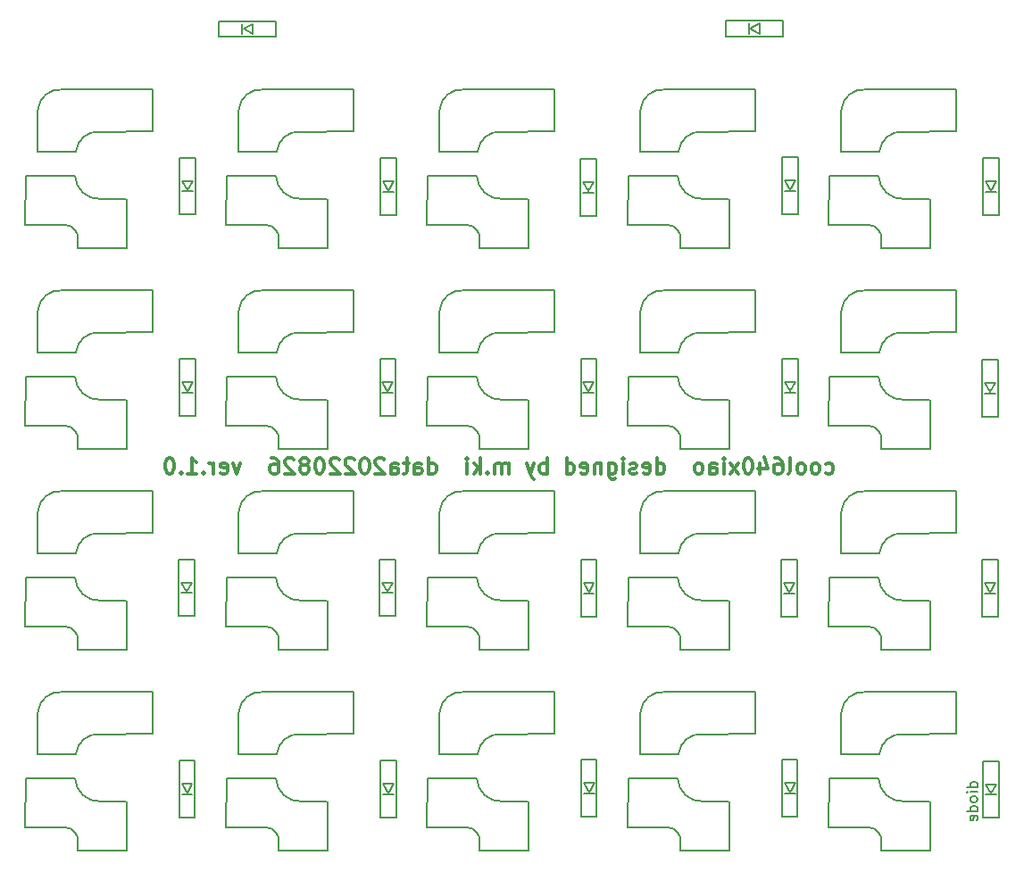
<source format=gbo>
G04 #@! TF.GenerationSoftware,KiCad,Pcbnew,(5.1.6-0-10_14)*
G04 #@! TF.CreationDate,2022-08-26T17:56:11+09:00*
G04 #@! TF.ProjectId,cool640xiao,636f6f6c-3634-4307-9869-616f2e6b6963,rev?*
G04 #@! TF.SameCoordinates,Original*
G04 #@! TF.FileFunction,Legend,Bot*
G04 #@! TF.FilePolarity,Positive*
%FSLAX46Y46*%
G04 Gerber Fmt 4.6, Leading zero omitted, Abs format (unit mm)*
G04 Created by KiCad (PCBNEW (5.1.6-0-10_14)) date 2022-08-26 17:56:11*
%MOMM*%
%LPD*%
G01*
G04 APERTURE LIST*
%ADD10C,0.300000*%
%ADD11C,0.150000*%
G04 APERTURE END LIST*
D10*
X68614285Y-29567142D02*
X68757142Y-29638571D01*
X69042857Y-29638571D01*
X69185714Y-29567142D01*
X69257142Y-29495714D01*
X69328571Y-29352857D01*
X69328571Y-28924285D01*
X69257142Y-28781428D01*
X69185714Y-28710000D01*
X69042857Y-28638571D01*
X68757142Y-28638571D01*
X68614285Y-28710000D01*
X67757142Y-29638571D02*
X67899999Y-29567142D01*
X67971428Y-29495714D01*
X68042857Y-29352857D01*
X68042857Y-28924285D01*
X67971428Y-28781428D01*
X67899999Y-28710000D01*
X67757142Y-28638571D01*
X67542857Y-28638571D01*
X67399999Y-28710000D01*
X67328571Y-28781428D01*
X67257142Y-28924285D01*
X67257142Y-29352857D01*
X67328571Y-29495714D01*
X67399999Y-29567142D01*
X67542857Y-29638571D01*
X67757142Y-29638571D01*
X66399999Y-29638571D02*
X66542857Y-29567142D01*
X66614285Y-29495714D01*
X66685714Y-29352857D01*
X66685714Y-28924285D01*
X66614285Y-28781428D01*
X66542857Y-28710000D01*
X66399999Y-28638571D01*
X66185714Y-28638571D01*
X66042857Y-28710000D01*
X65971428Y-28781428D01*
X65899999Y-28924285D01*
X65899999Y-29352857D01*
X65971428Y-29495714D01*
X66042857Y-29567142D01*
X66185714Y-29638571D01*
X66399999Y-29638571D01*
X65042857Y-29638571D02*
X65185714Y-29567142D01*
X65257142Y-29424285D01*
X65257142Y-28138571D01*
X63828571Y-28138571D02*
X64114285Y-28138571D01*
X64257142Y-28210000D01*
X64328571Y-28281428D01*
X64471428Y-28495714D01*
X64542857Y-28781428D01*
X64542857Y-29352857D01*
X64471428Y-29495714D01*
X64399999Y-29567142D01*
X64257142Y-29638571D01*
X63971428Y-29638571D01*
X63828571Y-29567142D01*
X63757142Y-29495714D01*
X63685714Y-29352857D01*
X63685714Y-28995714D01*
X63757142Y-28852857D01*
X63828571Y-28781428D01*
X63971428Y-28710000D01*
X64257142Y-28710000D01*
X64399999Y-28781428D01*
X64471428Y-28852857D01*
X64542857Y-28995714D01*
X62399999Y-28638571D02*
X62399999Y-29638571D01*
X62757142Y-28067142D02*
X63114285Y-29138571D01*
X62185714Y-29138571D01*
X61328571Y-28138571D02*
X61185714Y-28138571D01*
X61042857Y-28210000D01*
X60971428Y-28281428D01*
X60899999Y-28424285D01*
X60828571Y-28710000D01*
X60828571Y-29067142D01*
X60899999Y-29352857D01*
X60971428Y-29495714D01*
X61042857Y-29567142D01*
X61185714Y-29638571D01*
X61328571Y-29638571D01*
X61471428Y-29567142D01*
X61542857Y-29495714D01*
X61614285Y-29352857D01*
X61685714Y-29067142D01*
X61685714Y-28710000D01*
X61614285Y-28424285D01*
X61542857Y-28281428D01*
X61471428Y-28210000D01*
X61328571Y-28138571D01*
X60328571Y-29638571D02*
X59542857Y-28638571D01*
X60328571Y-28638571D02*
X59542857Y-29638571D01*
X58971428Y-29638571D02*
X58971428Y-28638571D01*
X58971428Y-28138571D02*
X59042857Y-28210000D01*
X58971428Y-28281428D01*
X58899999Y-28210000D01*
X58971428Y-28138571D01*
X58971428Y-28281428D01*
X57614285Y-29638571D02*
X57614285Y-28852857D01*
X57685714Y-28710000D01*
X57828571Y-28638571D01*
X58114285Y-28638571D01*
X58257142Y-28710000D01*
X57614285Y-29567142D02*
X57757142Y-29638571D01*
X58114285Y-29638571D01*
X58257142Y-29567142D01*
X58328571Y-29424285D01*
X58328571Y-29281428D01*
X58257142Y-29138571D01*
X58114285Y-29067142D01*
X57757142Y-29067142D01*
X57614285Y-28995714D01*
X56685714Y-29638571D02*
X56828571Y-29567142D01*
X56899999Y-29495714D01*
X56971428Y-29352857D01*
X56971428Y-28924285D01*
X56899999Y-28781428D01*
X56828571Y-28710000D01*
X56685714Y-28638571D01*
X56471428Y-28638571D01*
X56328571Y-28710000D01*
X56257142Y-28781428D01*
X56185714Y-28924285D01*
X56185714Y-29352857D01*
X56257142Y-29495714D01*
X56328571Y-29567142D01*
X56471428Y-29638571D01*
X56685714Y-29638571D01*
X52614285Y-29638571D02*
X52614285Y-28138571D01*
X52614285Y-29567142D02*
X52757142Y-29638571D01*
X53042857Y-29638571D01*
X53185714Y-29567142D01*
X53257142Y-29495714D01*
X53328571Y-29352857D01*
X53328571Y-28924285D01*
X53257142Y-28781428D01*
X53185714Y-28710000D01*
X53042857Y-28638571D01*
X52757142Y-28638571D01*
X52614285Y-28710000D01*
X51328571Y-29567142D02*
X51471428Y-29638571D01*
X51757142Y-29638571D01*
X51899999Y-29567142D01*
X51971428Y-29424285D01*
X51971428Y-28852857D01*
X51899999Y-28710000D01*
X51757142Y-28638571D01*
X51471428Y-28638571D01*
X51328571Y-28710000D01*
X51257142Y-28852857D01*
X51257142Y-28995714D01*
X51971428Y-29138571D01*
X50685714Y-29567142D02*
X50542857Y-29638571D01*
X50257142Y-29638571D01*
X50114285Y-29567142D01*
X50042857Y-29424285D01*
X50042857Y-29352857D01*
X50114285Y-29210000D01*
X50257142Y-29138571D01*
X50471428Y-29138571D01*
X50614285Y-29067142D01*
X50685714Y-28924285D01*
X50685714Y-28852857D01*
X50614285Y-28710000D01*
X50471428Y-28638571D01*
X50257142Y-28638571D01*
X50114285Y-28710000D01*
X49399999Y-29638571D02*
X49399999Y-28638571D01*
X49399999Y-28138571D02*
X49471428Y-28210000D01*
X49399999Y-28281428D01*
X49328571Y-28210000D01*
X49399999Y-28138571D01*
X49399999Y-28281428D01*
X48042857Y-28638571D02*
X48042857Y-29852857D01*
X48114285Y-29995714D01*
X48185714Y-30067142D01*
X48328571Y-30138571D01*
X48542857Y-30138571D01*
X48685714Y-30067142D01*
X48042857Y-29567142D02*
X48185714Y-29638571D01*
X48471428Y-29638571D01*
X48614285Y-29567142D01*
X48685714Y-29495714D01*
X48757142Y-29352857D01*
X48757142Y-28924285D01*
X48685714Y-28781428D01*
X48614285Y-28710000D01*
X48471428Y-28638571D01*
X48185714Y-28638571D01*
X48042857Y-28710000D01*
X47328571Y-28638571D02*
X47328571Y-29638571D01*
X47328571Y-28781428D02*
X47257142Y-28710000D01*
X47114285Y-28638571D01*
X46899999Y-28638571D01*
X46757142Y-28710000D01*
X46685714Y-28852857D01*
X46685714Y-29638571D01*
X45399999Y-29567142D02*
X45542857Y-29638571D01*
X45828571Y-29638571D01*
X45971428Y-29567142D01*
X46042857Y-29424285D01*
X46042857Y-28852857D01*
X45971428Y-28710000D01*
X45828571Y-28638571D01*
X45542857Y-28638571D01*
X45399999Y-28710000D01*
X45328571Y-28852857D01*
X45328571Y-28995714D01*
X46042857Y-29138571D01*
X44042857Y-29638571D02*
X44042857Y-28138571D01*
X44042857Y-29567142D02*
X44185714Y-29638571D01*
X44471428Y-29638571D01*
X44614285Y-29567142D01*
X44685714Y-29495714D01*
X44757142Y-29352857D01*
X44757142Y-28924285D01*
X44685714Y-28781428D01*
X44614285Y-28710000D01*
X44471428Y-28638571D01*
X44185714Y-28638571D01*
X44042857Y-28710000D01*
X42185714Y-29638571D02*
X42185714Y-28138571D01*
X42185714Y-28710000D02*
X42042857Y-28638571D01*
X41757142Y-28638571D01*
X41614285Y-28710000D01*
X41542857Y-28781428D01*
X41471428Y-28924285D01*
X41471428Y-29352857D01*
X41542857Y-29495714D01*
X41614285Y-29567142D01*
X41757142Y-29638571D01*
X42042857Y-29638571D01*
X42185714Y-29567142D01*
X40971428Y-28638571D02*
X40614285Y-29638571D01*
X40257142Y-28638571D02*
X40614285Y-29638571D01*
X40757142Y-29995714D01*
X40828571Y-30067142D01*
X40971428Y-30138571D01*
X38542857Y-29638571D02*
X38542857Y-28638571D01*
X38542857Y-28781428D02*
X38471428Y-28710000D01*
X38328571Y-28638571D01*
X38114285Y-28638571D01*
X37971428Y-28710000D01*
X37899999Y-28852857D01*
X37899999Y-29638571D01*
X37899999Y-28852857D02*
X37828571Y-28710000D01*
X37685714Y-28638571D01*
X37471428Y-28638571D01*
X37328571Y-28710000D01*
X37257142Y-28852857D01*
X37257142Y-29638571D01*
X36542857Y-29495714D02*
X36471428Y-29567142D01*
X36542857Y-29638571D01*
X36614285Y-29567142D01*
X36542857Y-29495714D01*
X36542857Y-29638571D01*
X35828571Y-29638571D02*
X35828571Y-28138571D01*
X35685714Y-29067142D02*
X35257142Y-29638571D01*
X35257142Y-28638571D02*
X35828571Y-29210000D01*
X34614285Y-29638571D02*
X34614285Y-28638571D01*
X34614285Y-28138571D02*
X34685714Y-28210000D01*
X34614285Y-28281428D01*
X34542857Y-28210000D01*
X34614285Y-28138571D01*
X34614285Y-28281428D01*
X30971428Y-29638571D02*
X30971428Y-28138571D01*
X30971428Y-29567142D02*
X31114285Y-29638571D01*
X31399999Y-29638571D01*
X31542857Y-29567142D01*
X31614285Y-29495714D01*
X31685714Y-29352857D01*
X31685714Y-28924285D01*
X31614285Y-28781428D01*
X31542857Y-28710000D01*
X31399999Y-28638571D01*
X31114285Y-28638571D01*
X30971428Y-28710000D01*
X29614285Y-29638571D02*
X29614285Y-28852857D01*
X29685714Y-28710000D01*
X29828571Y-28638571D01*
X30114285Y-28638571D01*
X30257142Y-28710000D01*
X29614285Y-29567142D02*
X29757142Y-29638571D01*
X30114285Y-29638571D01*
X30257142Y-29567142D01*
X30328571Y-29424285D01*
X30328571Y-29281428D01*
X30257142Y-29138571D01*
X30114285Y-29067142D01*
X29757142Y-29067142D01*
X29614285Y-28995714D01*
X29114285Y-28638571D02*
X28542857Y-28638571D01*
X28899999Y-28138571D02*
X28899999Y-29424285D01*
X28828571Y-29567142D01*
X28685714Y-29638571D01*
X28542857Y-29638571D01*
X27399999Y-29638571D02*
X27399999Y-28852857D01*
X27471428Y-28710000D01*
X27614285Y-28638571D01*
X27899999Y-28638571D01*
X28042857Y-28710000D01*
X27399999Y-29567142D02*
X27542857Y-29638571D01*
X27899999Y-29638571D01*
X28042857Y-29567142D01*
X28114285Y-29424285D01*
X28114285Y-29281428D01*
X28042857Y-29138571D01*
X27899999Y-29067142D01*
X27542857Y-29067142D01*
X27399999Y-28995714D01*
X26757142Y-28281428D02*
X26685714Y-28210000D01*
X26542857Y-28138571D01*
X26185714Y-28138571D01*
X26042857Y-28210000D01*
X25971428Y-28281428D01*
X25899999Y-28424285D01*
X25899999Y-28567142D01*
X25971428Y-28781428D01*
X26828571Y-29638571D01*
X25899999Y-29638571D01*
X24971428Y-28138571D02*
X24828571Y-28138571D01*
X24685714Y-28210000D01*
X24614285Y-28281428D01*
X24542857Y-28424285D01*
X24471428Y-28710000D01*
X24471428Y-29067142D01*
X24542857Y-29352857D01*
X24614285Y-29495714D01*
X24685714Y-29567142D01*
X24828571Y-29638571D01*
X24971428Y-29638571D01*
X25114285Y-29567142D01*
X25185714Y-29495714D01*
X25257142Y-29352857D01*
X25328571Y-29067142D01*
X25328571Y-28710000D01*
X25257142Y-28424285D01*
X25185714Y-28281428D01*
X25114285Y-28210000D01*
X24971428Y-28138571D01*
X23899999Y-28281428D02*
X23828571Y-28210000D01*
X23685714Y-28138571D01*
X23328571Y-28138571D01*
X23185714Y-28210000D01*
X23114285Y-28281428D01*
X23042857Y-28424285D01*
X23042857Y-28567142D01*
X23114285Y-28781428D01*
X23971428Y-29638571D01*
X23042857Y-29638571D01*
X22471428Y-28281428D02*
X22399999Y-28210000D01*
X22257142Y-28138571D01*
X21899999Y-28138571D01*
X21757142Y-28210000D01*
X21685714Y-28281428D01*
X21614285Y-28424285D01*
X21614285Y-28567142D01*
X21685714Y-28781428D01*
X22542857Y-29638571D01*
X21614285Y-29638571D01*
X20685714Y-28138571D02*
X20542857Y-28138571D01*
X20399999Y-28210000D01*
X20328571Y-28281428D01*
X20257142Y-28424285D01*
X20185714Y-28710000D01*
X20185714Y-29067142D01*
X20257142Y-29352857D01*
X20328571Y-29495714D01*
X20399999Y-29567142D01*
X20542857Y-29638571D01*
X20685714Y-29638571D01*
X20828571Y-29567142D01*
X20899999Y-29495714D01*
X20971428Y-29352857D01*
X21042857Y-29067142D01*
X21042857Y-28710000D01*
X20971428Y-28424285D01*
X20899999Y-28281428D01*
X20828571Y-28210000D01*
X20685714Y-28138571D01*
X19328571Y-28781428D02*
X19471428Y-28710000D01*
X19542857Y-28638571D01*
X19614285Y-28495714D01*
X19614285Y-28424285D01*
X19542857Y-28281428D01*
X19471428Y-28210000D01*
X19328571Y-28138571D01*
X19042857Y-28138571D01*
X18899999Y-28210000D01*
X18828571Y-28281428D01*
X18757142Y-28424285D01*
X18757142Y-28495714D01*
X18828571Y-28638571D01*
X18899999Y-28710000D01*
X19042857Y-28781428D01*
X19328571Y-28781428D01*
X19471428Y-28852857D01*
X19542857Y-28924285D01*
X19614285Y-29067142D01*
X19614285Y-29352857D01*
X19542857Y-29495714D01*
X19471428Y-29567142D01*
X19328571Y-29638571D01*
X19042857Y-29638571D01*
X18899999Y-29567142D01*
X18828571Y-29495714D01*
X18757142Y-29352857D01*
X18757142Y-29067142D01*
X18828571Y-28924285D01*
X18899999Y-28852857D01*
X19042857Y-28781428D01*
X18185714Y-28281428D02*
X18114285Y-28210000D01*
X17971428Y-28138571D01*
X17614285Y-28138571D01*
X17471428Y-28210000D01*
X17399999Y-28281428D01*
X17328571Y-28424285D01*
X17328571Y-28567142D01*
X17399999Y-28781428D01*
X18257142Y-29638571D01*
X17328571Y-29638571D01*
X16042857Y-28138571D02*
X16328571Y-28138571D01*
X16471428Y-28210000D01*
X16542857Y-28281428D01*
X16685714Y-28495714D01*
X16757142Y-28781428D01*
X16757142Y-29352857D01*
X16685714Y-29495714D01*
X16614285Y-29567142D01*
X16471428Y-29638571D01*
X16185714Y-29638571D01*
X16042857Y-29567142D01*
X15971428Y-29495714D01*
X15899999Y-29352857D01*
X15899999Y-28995714D01*
X15971428Y-28852857D01*
X16042857Y-28781428D01*
X16185714Y-28710000D01*
X16471428Y-28710000D01*
X16614285Y-28781428D01*
X16685714Y-28852857D01*
X16757142Y-28995714D01*
X13114285Y-28638571D02*
X12757142Y-29638571D01*
X12399999Y-28638571D01*
X11257142Y-29567142D02*
X11399999Y-29638571D01*
X11685714Y-29638571D01*
X11828571Y-29567142D01*
X11899999Y-29424285D01*
X11899999Y-28852857D01*
X11828571Y-28710000D01*
X11685714Y-28638571D01*
X11399999Y-28638571D01*
X11257142Y-28710000D01*
X11185714Y-28852857D01*
X11185714Y-28995714D01*
X11899999Y-29138571D01*
X10542857Y-29638571D02*
X10542857Y-28638571D01*
X10542857Y-28924285D02*
X10471428Y-28781428D01*
X10399999Y-28710000D01*
X10257142Y-28638571D01*
X10114285Y-28638571D01*
X9614285Y-29495714D02*
X9542857Y-29567142D01*
X9614285Y-29638571D01*
X9685714Y-29567142D01*
X9614285Y-29495714D01*
X9614285Y-29638571D01*
X8114285Y-29638571D02*
X8971428Y-29638571D01*
X8542857Y-29638571D02*
X8542857Y-28138571D01*
X8685714Y-28352857D01*
X8828571Y-28495714D01*
X8971428Y-28567142D01*
X7471428Y-29495714D02*
X7399999Y-29567142D01*
X7471428Y-29638571D01*
X7542857Y-29567142D01*
X7471428Y-29495714D01*
X7471428Y-29638571D01*
X6471428Y-28138571D02*
X6328571Y-28138571D01*
X6185714Y-28210000D01*
X6114285Y-28281428D01*
X6042857Y-28424285D01*
X5971428Y-28710000D01*
X5971428Y-29067142D01*
X6042857Y-29352857D01*
X6114285Y-29495714D01*
X6185714Y-29567142D01*
X6328571Y-29638571D01*
X6471428Y-29638571D01*
X6614285Y-29567142D01*
X6685714Y-29495714D01*
X6757142Y-29352857D01*
X6828571Y-29067142D01*
X6828571Y-28710000D01*
X6757142Y-28424285D01*
X6685714Y-28281428D01*
X6614285Y-28210000D01*
X6471428Y-28138571D01*
D11*
X82992380Y-59352857D02*
X81992380Y-59352857D01*
X82944761Y-59352857D02*
X82992380Y-59257619D01*
X82992380Y-59067142D01*
X82944761Y-58971904D01*
X82897142Y-58924285D01*
X82801904Y-58876666D01*
X82516190Y-58876666D01*
X82420952Y-58924285D01*
X82373333Y-58971904D01*
X82325714Y-59067142D01*
X82325714Y-59257619D01*
X82373333Y-59352857D01*
X82992380Y-59829047D02*
X82325714Y-59829047D01*
X81992380Y-59829047D02*
X82040000Y-59781428D01*
X82087619Y-59829047D01*
X82040000Y-59876666D01*
X81992380Y-59829047D01*
X82087619Y-59829047D01*
X82992380Y-60448095D02*
X82944761Y-60352857D01*
X82897142Y-60305238D01*
X82801904Y-60257619D01*
X82516190Y-60257619D01*
X82420952Y-60305238D01*
X82373333Y-60352857D01*
X82325714Y-60448095D01*
X82325714Y-60590952D01*
X82373333Y-60686190D01*
X82420952Y-60733809D01*
X82516190Y-60781428D01*
X82801904Y-60781428D01*
X82897142Y-60733809D01*
X82944761Y-60686190D01*
X82992380Y-60590952D01*
X82992380Y-60448095D01*
X82992380Y-61638571D02*
X81992380Y-61638571D01*
X82944761Y-61638571D02*
X82992380Y-61543333D01*
X82992380Y-61352857D01*
X82944761Y-61257619D01*
X82897142Y-61210000D01*
X82801904Y-61162380D01*
X82516190Y-61162380D01*
X82420952Y-61210000D01*
X82373333Y-61257619D01*
X82325714Y-61352857D01*
X82325714Y-61543333D01*
X82373333Y-61638571D01*
X82944761Y-62495714D02*
X82992380Y-62400476D01*
X82992380Y-62210000D01*
X82944761Y-62114761D01*
X82849523Y-62067142D01*
X82468571Y-62067142D01*
X82373333Y-62114761D01*
X82325714Y-62210000D01*
X82325714Y-62400476D01*
X82373333Y-62495714D01*
X82468571Y-62543333D01*
X82563809Y-62543333D01*
X82659047Y-62067142D01*
X51050000Y-18154000D02*
X54660000Y-18154000D01*
X51050000Y-14200000D02*
X51050000Y-18145000D01*
X61950000Y-12246000D02*
X53325000Y-12246000D01*
X61950000Y-16154000D02*
X61950000Y-12246000D01*
X61950000Y-16200000D02*
X56900000Y-16246000D01*
X59425000Y-27275000D02*
X54875000Y-27275000D01*
X59425000Y-22625000D02*
X56875000Y-22625000D01*
X54575000Y-20425000D02*
X49875000Y-20425000D01*
X53650000Y-25075000D02*
X49875000Y-25075000D01*
X59450000Y-22650000D02*
X59450000Y-27250000D01*
X49875000Y-20450000D02*
X49850000Y-25050000D01*
X54870000Y-26550000D02*
X54870000Y-27250000D01*
X54870000Y-26500000D02*
G75*
G03*
X53650000Y-25080000I-1320000J100000D01*
G01*
X54580000Y-20450000D02*
G75*
G03*
X56950000Y-22620000I2270000J100000D01*
G01*
X54665000Y-18130000D02*
G75*
G02*
X56925000Y-16250000I2070000J-190000D01*
G01*
X51061000Y-14130000D02*
G75*
G02*
X53325000Y-12246000I2074000J-190000D01*
G01*
X32000000Y-18154000D02*
X35610000Y-18154000D01*
X32000000Y-14200000D02*
X32000000Y-18145000D01*
X42900000Y-12246000D02*
X34275000Y-12246000D01*
X42900000Y-16154000D02*
X42900000Y-12246000D01*
X42900000Y-16200000D02*
X37850000Y-16246000D01*
X40375000Y-27275000D02*
X35825000Y-27275000D01*
X40375000Y-22625000D02*
X37825000Y-22625000D01*
X35525000Y-20425000D02*
X30825000Y-20425000D01*
X34600000Y-25075000D02*
X30825000Y-25075000D01*
X40400000Y-22650000D02*
X40400000Y-27250000D01*
X30825000Y-20450000D02*
X30800000Y-25050000D01*
X35820000Y-26550000D02*
X35820000Y-27250000D01*
X35820000Y-26500000D02*
G75*
G03*
X34600000Y-25080000I-1320000J100000D01*
G01*
X35530000Y-20450000D02*
G75*
G03*
X37900000Y-22620000I2270000J100000D01*
G01*
X35615000Y-18130000D02*
G75*
G02*
X37875000Y-16250000I2070000J-190000D01*
G01*
X32011000Y-14130000D02*
G75*
G02*
X34275000Y-12246000I2074000J-190000D01*
G01*
X12950000Y-18154000D02*
X16560000Y-18154000D01*
X12950000Y-14200000D02*
X12950000Y-18145000D01*
X23850000Y-12246000D02*
X15225000Y-12246000D01*
X23850000Y-16154000D02*
X23850000Y-12246000D01*
X23850000Y-16200000D02*
X18800000Y-16246000D01*
X21325000Y-27275000D02*
X16775000Y-27275000D01*
X21325000Y-22625000D02*
X18775000Y-22625000D01*
X16475000Y-20425000D02*
X11775000Y-20425000D01*
X15550000Y-25075000D02*
X11775000Y-25075000D01*
X21350000Y-22650000D02*
X21350000Y-27250000D01*
X11775000Y-20450000D02*
X11750000Y-25050000D01*
X16770000Y-26550000D02*
X16770000Y-27250000D01*
X16770000Y-26500000D02*
G75*
G03*
X15550000Y-25080000I-1320000J100000D01*
G01*
X16480000Y-20450000D02*
G75*
G03*
X18850000Y-22620000I2270000J100000D01*
G01*
X16565000Y-18130000D02*
G75*
G02*
X18825000Y-16250000I2070000J-190000D01*
G01*
X12961000Y-14130000D02*
G75*
G02*
X15225000Y-12246000I2074000J-190000D01*
G01*
X84290000Y-59990000D02*
X83790000Y-59090000D01*
X83790000Y-59090000D02*
X84790000Y-59090000D01*
X84790000Y-59090000D02*
X84290000Y-59990000D01*
X83790000Y-60090000D02*
X84790000Y-60090000D01*
X83540000Y-56890000D02*
X83540000Y-62290000D01*
X83540000Y-62290000D02*
X85040000Y-62290000D01*
X85040000Y-62290000D02*
X85040000Y-56890000D01*
X85040000Y-56890000D02*
X83540000Y-56890000D01*
X32000000Y-37204000D02*
X35610000Y-37204000D01*
X32000000Y-33250000D02*
X32000000Y-37195000D01*
X42900000Y-31296000D02*
X34275000Y-31296000D01*
X42900000Y-35204000D02*
X42900000Y-31296000D01*
X42900000Y-35250000D02*
X37850000Y-35296000D01*
X40375000Y-46325000D02*
X35825000Y-46325000D01*
X40375000Y-41675000D02*
X37825000Y-41675000D01*
X35525000Y-39475000D02*
X30825000Y-39475000D01*
X34600000Y-44125000D02*
X30825000Y-44125000D01*
X40400000Y-41700000D02*
X40400000Y-46300000D01*
X30825000Y-39500000D02*
X30800000Y-44100000D01*
X35820000Y-45600000D02*
X35820000Y-46300000D01*
X35820000Y-45550000D02*
G75*
G03*
X34600000Y-44130000I-1320000J100000D01*
G01*
X35530000Y-39500000D02*
G75*
G03*
X37900000Y-41670000I2270000J100000D01*
G01*
X35615000Y-37180000D02*
G75*
G02*
X37875000Y-35300000I2070000J-190000D01*
G01*
X32011000Y-33180000D02*
G75*
G02*
X34275000Y-31296000I2074000J-190000D01*
G01*
X12950000Y-37204000D02*
X16560000Y-37204000D01*
X12950000Y-33250000D02*
X12950000Y-37195000D01*
X23850000Y-31296000D02*
X15225000Y-31296000D01*
X23850000Y-35204000D02*
X23850000Y-31296000D01*
X23850000Y-35250000D02*
X18800000Y-35296000D01*
X21325000Y-46325000D02*
X16775000Y-46325000D01*
X21325000Y-41675000D02*
X18775000Y-41675000D01*
X16475000Y-39475000D02*
X11775000Y-39475000D01*
X15550000Y-44125000D02*
X11775000Y-44125000D01*
X21350000Y-41700000D02*
X21350000Y-46300000D01*
X11775000Y-39500000D02*
X11750000Y-44100000D01*
X16770000Y-45600000D02*
X16770000Y-46300000D01*
X16770000Y-45550000D02*
G75*
G03*
X15550000Y-44130000I-1320000J100000D01*
G01*
X16480000Y-39500000D02*
G75*
G03*
X18850000Y-41670000I2270000J100000D01*
G01*
X16565000Y-37180000D02*
G75*
G02*
X18825000Y-35300000I2070000J-190000D01*
G01*
X12961000Y-33180000D02*
G75*
G02*
X15225000Y-31296000I2074000J-190000D01*
G01*
X51050000Y-37204000D02*
X54660000Y-37204000D01*
X51050000Y-33250000D02*
X51050000Y-37195000D01*
X61950000Y-31296000D02*
X53325000Y-31296000D01*
X61950000Y-35204000D02*
X61950000Y-31296000D01*
X61950000Y-35250000D02*
X56900000Y-35296000D01*
X59425000Y-46325000D02*
X54875000Y-46325000D01*
X59425000Y-41675000D02*
X56875000Y-41675000D01*
X54575000Y-39475000D02*
X49875000Y-39475000D01*
X53650000Y-44125000D02*
X49875000Y-44125000D01*
X59450000Y-41700000D02*
X59450000Y-46300000D01*
X49875000Y-39500000D02*
X49850000Y-44100000D01*
X54870000Y-45600000D02*
X54870000Y-46300000D01*
X54870000Y-45550000D02*
G75*
G03*
X53650000Y-44130000I-1320000J100000D01*
G01*
X54580000Y-39500000D02*
G75*
G03*
X56950000Y-41670000I2270000J100000D01*
G01*
X54665000Y-37180000D02*
G75*
G02*
X56925000Y-35300000I2070000J-190000D01*
G01*
X51061000Y-33180000D02*
G75*
G02*
X53325000Y-31296000I2074000J-190000D01*
G01*
X27160000Y-2800000D02*
X26660000Y-1900000D01*
X26660000Y-1900000D02*
X27660000Y-1900000D01*
X27660000Y-1900000D02*
X27160000Y-2800000D01*
X26660000Y-2900000D02*
X27660000Y-2900000D01*
X26410000Y300000D02*
X26410000Y-5100000D01*
X26410000Y-5100000D02*
X27910000Y-5100000D01*
X27910000Y-5100000D02*
X27910000Y300000D01*
X27910000Y300000D02*
X26410000Y300000D01*
X8110000Y-2760000D02*
X7610000Y-1860000D01*
X7610000Y-1860000D02*
X8610000Y-1860000D01*
X8610000Y-1860000D02*
X8110000Y-2760000D01*
X7610000Y-2860000D02*
X8610000Y-2860000D01*
X7360000Y340000D02*
X7360000Y-5060000D01*
X7360000Y-5060000D02*
X8860000Y-5060000D01*
X8860000Y-5060000D02*
X8860000Y340000D01*
X8860000Y340000D02*
X7360000Y340000D01*
X65230000Y-2730000D02*
X64730000Y-1830000D01*
X64730000Y-1830000D02*
X65730000Y-1830000D01*
X65730000Y-1830000D02*
X65230000Y-2730000D01*
X64730000Y-2830000D02*
X65730000Y-2830000D01*
X64480000Y370000D02*
X64480000Y-5030000D01*
X64480000Y-5030000D02*
X65980000Y-5030000D01*
X65980000Y-5030000D02*
X65980000Y370000D01*
X65980000Y370000D02*
X64480000Y370000D01*
X46120000Y-2850000D02*
X45620000Y-1950000D01*
X45620000Y-1950000D02*
X46620000Y-1950000D01*
X46620000Y-1950000D02*
X46120000Y-2850000D01*
X45620000Y-2950000D02*
X46620000Y-2950000D01*
X45370000Y250000D02*
X45370000Y-5150000D01*
X45370000Y-5150000D02*
X46870000Y-5150000D01*
X46870000Y-5150000D02*
X46870000Y250000D01*
X46870000Y250000D02*
X45370000Y250000D01*
X84300000Y-2790000D02*
X83800000Y-1890000D01*
X83800000Y-1890000D02*
X84800000Y-1890000D01*
X84800000Y-1890000D02*
X84300000Y-2790000D01*
X83800000Y-2890000D02*
X84800000Y-2890000D01*
X83550000Y310000D02*
X83550000Y-5090000D01*
X83550000Y-5090000D02*
X85050000Y-5090000D01*
X85050000Y-5090000D02*
X85050000Y310000D01*
X85050000Y310000D02*
X83550000Y310000D01*
X84200000Y-21900000D02*
X83700000Y-21000000D01*
X83700000Y-21000000D02*
X84700000Y-21000000D01*
X84700000Y-21000000D02*
X84200000Y-21900000D01*
X83700000Y-22000000D02*
X84700000Y-22000000D01*
X83450000Y-18800000D02*
X83450000Y-24200000D01*
X83450000Y-24200000D02*
X84950000Y-24200000D01*
X84950000Y-24200000D02*
X84950000Y-18800000D01*
X84950000Y-18800000D02*
X83450000Y-18800000D01*
X65220000Y-21820000D02*
X64720000Y-20920000D01*
X64720000Y-20920000D02*
X65720000Y-20920000D01*
X65720000Y-20920000D02*
X65220000Y-21820000D01*
X64720000Y-21920000D02*
X65720000Y-21920000D01*
X64470000Y-18720000D02*
X64470000Y-24120000D01*
X64470000Y-24120000D02*
X65970000Y-24120000D01*
X65970000Y-24120000D02*
X65970000Y-18720000D01*
X65970000Y-18720000D02*
X64470000Y-18720000D01*
X46140000Y-21870000D02*
X45640000Y-20970000D01*
X45640000Y-20970000D02*
X46640000Y-20970000D01*
X46640000Y-20970000D02*
X46140000Y-21870000D01*
X45640000Y-21970000D02*
X46640000Y-21970000D01*
X45390000Y-18770000D02*
X45390000Y-24170000D01*
X45390000Y-24170000D02*
X46890000Y-24170000D01*
X46890000Y-24170000D02*
X46890000Y-18770000D01*
X46890000Y-18770000D02*
X45390000Y-18770000D01*
X27090000Y-21830000D02*
X26590000Y-20930000D01*
X26590000Y-20930000D02*
X27590000Y-20930000D01*
X27590000Y-20930000D02*
X27090000Y-21830000D01*
X26590000Y-21930000D02*
X27590000Y-21930000D01*
X26340000Y-18730000D02*
X26340000Y-24130000D01*
X26340000Y-24130000D02*
X27840000Y-24130000D01*
X27840000Y-24130000D02*
X27840000Y-18730000D01*
X27840000Y-18730000D02*
X26340000Y-18730000D01*
X8070000Y-21830000D02*
X7570000Y-20930000D01*
X7570000Y-20930000D02*
X8570000Y-20930000D01*
X8570000Y-20930000D02*
X8070000Y-21830000D01*
X7570000Y-21930000D02*
X8570000Y-21930000D01*
X7320000Y-18730000D02*
X7320000Y-24130000D01*
X7320000Y-24130000D02*
X8820000Y-24130000D01*
X8820000Y-24130000D02*
X8820000Y-18730000D01*
X8820000Y-18730000D02*
X7320000Y-18730000D01*
X51050000Y896000D02*
X54660000Y896000D01*
X51050000Y4850000D02*
X51050000Y905000D01*
X61950000Y6804000D02*
X53325000Y6804000D01*
X61950000Y2896000D02*
X61950000Y6804000D01*
X61950000Y2850000D02*
X56900000Y2804000D01*
X59425000Y-8225000D02*
X54875000Y-8225000D01*
X59425000Y-3575000D02*
X56875000Y-3575000D01*
X54575000Y-1375000D02*
X49875000Y-1375000D01*
X53650000Y-6025000D02*
X49875000Y-6025000D01*
X59450000Y-3600000D02*
X59450000Y-8200000D01*
X49875000Y-1400000D02*
X49850000Y-6000000D01*
X54870000Y-7500000D02*
X54870000Y-8200000D01*
X54870000Y-7450000D02*
G75*
G03*
X53650000Y-6030000I-1320000J100000D01*
G01*
X54580000Y-1400000D02*
G75*
G03*
X56950000Y-3570000I2270000J100000D01*
G01*
X54665000Y920000D02*
G75*
G02*
X56925000Y2800000I2070000J-190000D01*
G01*
X51061000Y4920000D02*
G75*
G02*
X53325000Y6804000I2074000J-190000D01*
G01*
X32000000Y896000D02*
X35610000Y896000D01*
X32000000Y4850000D02*
X32000000Y905000D01*
X42900000Y6804000D02*
X34275000Y6804000D01*
X42900000Y2896000D02*
X42900000Y6804000D01*
X42900000Y2850000D02*
X37850000Y2804000D01*
X40375000Y-8225000D02*
X35825000Y-8225000D01*
X40375000Y-3575000D02*
X37825000Y-3575000D01*
X35525000Y-1375000D02*
X30825000Y-1375000D01*
X34600000Y-6025000D02*
X30825000Y-6025000D01*
X40400000Y-3600000D02*
X40400000Y-8200000D01*
X30825000Y-1400000D02*
X30800000Y-6000000D01*
X35820000Y-7500000D02*
X35820000Y-8200000D01*
X35820000Y-7450000D02*
G75*
G03*
X34600000Y-6030000I-1320000J100000D01*
G01*
X35530000Y-1400000D02*
G75*
G03*
X37900000Y-3570000I2270000J100000D01*
G01*
X35615000Y920000D02*
G75*
G02*
X37875000Y2800000I2070000J-190000D01*
G01*
X32011000Y4920000D02*
G75*
G02*
X34275000Y6804000I2074000J-190000D01*
G01*
X12950000Y896000D02*
X16560000Y896000D01*
X12950000Y4850000D02*
X12950000Y905000D01*
X23850000Y6804000D02*
X15225000Y6804000D01*
X23850000Y2896000D02*
X23850000Y6804000D01*
X23850000Y2850000D02*
X18800000Y2804000D01*
X21325000Y-8225000D02*
X16775000Y-8225000D01*
X21325000Y-3575000D02*
X18775000Y-3575000D01*
X16475000Y-1375000D02*
X11775000Y-1375000D01*
X15550000Y-6025000D02*
X11775000Y-6025000D01*
X21350000Y-3600000D02*
X21350000Y-8200000D01*
X11775000Y-1400000D02*
X11750000Y-6000000D01*
X16770000Y-7500000D02*
X16770000Y-8200000D01*
X16770000Y-7450000D02*
G75*
G03*
X15550000Y-6030000I-1320000J100000D01*
G01*
X16480000Y-1400000D02*
G75*
G03*
X18850000Y-3570000I2270000J100000D01*
G01*
X16565000Y920000D02*
G75*
G02*
X18825000Y2800000I2070000J-190000D01*
G01*
X12961000Y4920000D02*
G75*
G02*
X15225000Y6804000I2074000J-190000D01*
G01*
X65210000Y-59890000D02*
X64710000Y-58990000D01*
X64710000Y-58990000D02*
X65710000Y-58990000D01*
X65710000Y-58990000D02*
X65210000Y-59890000D01*
X64710000Y-59990000D02*
X65710000Y-59990000D01*
X64460000Y-56790000D02*
X64460000Y-62190000D01*
X64460000Y-62190000D02*
X65960000Y-62190000D01*
X65960000Y-62190000D02*
X65960000Y-56790000D01*
X65960000Y-56790000D02*
X64460000Y-56790000D01*
X46160000Y-59860000D02*
X45660000Y-58960000D01*
X45660000Y-58960000D02*
X46660000Y-58960000D01*
X46660000Y-58960000D02*
X46160000Y-59860000D01*
X45660000Y-59960000D02*
X46660000Y-59960000D01*
X45410000Y-56760000D02*
X45410000Y-62160000D01*
X45410000Y-62160000D02*
X46910000Y-62160000D01*
X46910000Y-62160000D02*
X46910000Y-56760000D01*
X46910000Y-56760000D02*
X45410000Y-56760000D01*
X27150000Y-59930000D02*
X26650000Y-59030000D01*
X26650000Y-59030000D02*
X27650000Y-59030000D01*
X27650000Y-59030000D02*
X27150000Y-59930000D01*
X26650000Y-60030000D02*
X27650000Y-60030000D01*
X26400000Y-56830000D02*
X26400000Y-62230000D01*
X26400000Y-62230000D02*
X27900000Y-62230000D01*
X27900000Y-62230000D02*
X27900000Y-56830000D01*
X27900000Y-56830000D02*
X26400000Y-56830000D01*
X8050000Y-59950000D02*
X7550000Y-59050000D01*
X7550000Y-59050000D02*
X8550000Y-59050000D01*
X8550000Y-59050000D02*
X8050000Y-59950000D01*
X7550000Y-60050000D02*
X8550000Y-60050000D01*
X7300000Y-56850000D02*
X7300000Y-62250000D01*
X7300000Y-62250000D02*
X8800000Y-62250000D01*
X8800000Y-62250000D02*
X8800000Y-56850000D01*
X8800000Y-56850000D02*
X7300000Y-56850000D01*
X84220000Y-40900000D02*
X83720000Y-40000000D01*
X83720000Y-40000000D02*
X84720000Y-40000000D01*
X84720000Y-40000000D02*
X84220000Y-40900000D01*
X83720000Y-41000000D02*
X84720000Y-41000000D01*
X83470000Y-37800000D02*
X83470000Y-43200000D01*
X83470000Y-43200000D02*
X84970000Y-43200000D01*
X84970000Y-43200000D02*
X84970000Y-37800000D01*
X84970000Y-37800000D02*
X83470000Y-37800000D01*
X65170000Y-40920000D02*
X64670000Y-40020000D01*
X64670000Y-40020000D02*
X65670000Y-40020000D01*
X65670000Y-40020000D02*
X65170000Y-40920000D01*
X64670000Y-41020000D02*
X65670000Y-41020000D01*
X64420000Y-37820000D02*
X64420000Y-43220000D01*
X64420000Y-43220000D02*
X65920000Y-43220000D01*
X65920000Y-43220000D02*
X65920000Y-37820000D01*
X65920000Y-37820000D02*
X64420000Y-37820000D01*
X46150000Y-40910000D02*
X45650000Y-40010000D01*
X45650000Y-40010000D02*
X46650000Y-40010000D01*
X46650000Y-40010000D02*
X46150000Y-40910000D01*
X45650000Y-41010000D02*
X46650000Y-41010000D01*
X45400000Y-37810000D02*
X45400000Y-43210000D01*
X45400000Y-43210000D02*
X46900000Y-43210000D01*
X46900000Y-43210000D02*
X46900000Y-37810000D01*
X46900000Y-37810000D02*
X45400000Y-37810000D01*
X27060000Y-40850000D02*
X26560000Y-39950000D01*
X26560000Y-39950000D02*
X27560000Y-39950000D01*
X27560000Y-39950000D02*
X27060000Y-40850000D01*
X26560000Y-40950000D02*
X27560000Y-40950000D01*
X26310000Y-37750000D02*
X26310000Y-43150000D01*
X26310000Y-43150000D02*
X27810000Y-43150000D01*
X27810000Y-43150000D02*
X27810000Y-37750000D01*
X27810000Y-37750000D02*
X26310000Y-37750000D01*
X8030000Y-40860000D02*
X7530000Y-39960000D01*
X7530000Y-39960000D02*
X8530000Y-39960000D01*
X8530000Y-39960000D02*
X8030000Y-40860000D01*
X7530000Y-40960000D02*
X8530000Y-40960000D01*
X7280000Y-37760000D02*
X7280000Y-43160000D01*
X7280000Y-43160000D02*
X8780000Y-43160000D01*
X8780000Y-43160000D02*
X8780000Y-37760000D01*
X8780000Y-37760000D02*
X7280000Y-37760000D01*
X70100000Y-18154000D02*
X73710000Y-18154000D01*
X70100000Y-14200000D02*
X70100000Y-18145000D01*
X81000000Y-12246000D02*
X72375000Y-12246000D01*
X81000000Y-16154000D02*
X81000000Y-12246000D01*
X81000000Y-16200000D02*
X75950000Y-16246000D01*
X78475000Y-27275000D02*
X73925000Y-27275000D01*
X78475000Y-22625000D02*
X75925000Y-22625000D01*
X73625000Y-20425000D02*
X68925000Y-20425000D01*
X72700000Y-25075000D02*
X68925000Y-25075000D01*
X78500000Y-22650000D02*
X78500000Y-27250000D01*
X68925000Y-20450000D02*
X68900000Y-25050000D01*
X73920000Y-26550000D02*
X73920000Y-27250000D01*
X73920000Y-26500000D02*
G75*
G03*
X72700000Y-25080000I-1320000J100000D01*
G01*
X73630000Y-20450000D02*
G75*
G03*
X76000000Y-22620000I2270000J100000D01*
G01*
X73715000Y-18130000D02*
G75*
G02*
X75975000Y-16250000I2070000J-190000D01*
G01*
X70111000Y-14130000D02*
G75*
G02*
X72375000Y-12246000I2074000J-190000D01*
G01*
X-6100000Y-37204000D02*
X-2490000Y-37204000D01*
X-6100000Y-33250000D02*
X-6100000Y-37195000D01*
X4800000Y-31296000D02*
X-3825000Y-31296000D01*
X4800000Y-35204000D02*
X4800000Y-31296000D01*
X4800000Y-35250000D02*
X-250000Y-35296000D01*
X2275000Y-46325000D02*
X-2275000Y-46325000D01*
X2275000Y-41675000D02*
X-275000Y-41675000D01*
X-2575000Y-39475000D02*
X-7275000Y-39475000D01*
X-3500000Y-44125000D02*
X-7275000Y-44125000D01*
X2300000Y-41700000D02*
X2300000Y-46300000D01*
X-7275000Y-39500000D02*
X-7300000Y-44100000D01*
X-2280000Y-45600000D02*
X-2280000Y-46300000D01*
X-2280000Y-45550000D02*
G75*
G03*
X-3500000Y-44130000I-1320000J100000D01*
G01*
X-2570000Y-39500000D02*
G75*
G03*
X-200000Y-41670000I2270000J100000D01*
G01*
X-2485000Y-37180000D02*
G75*
G02*
X-225000Y-35300000I2070000J-190000D01*
G01*
X-6089000Y-33180000D02*
G75*
G02*
X-3825000Y-31296000I2074000J-190000D01*
G01*
X12950000Y-56254000D02*
X16560000Y-56254000D01*
X12950000Y-52300000D02*
X12950000Y-56245000D01*
X23850000Y-50346000D02*
X15225000Y-50346000D01*
X23850000Y-54254000D02*
X23850000Y-50346000D01*
X23850000Y-54300000D02*
X18800000Y-54346000D01*
X21325000Y-65375000D02*
X16775000Y-65375000D01*
X21325000Y-60725000D02*
X18775000Y-60725000D01*
X16475000Y-58525000D02*
X11775000Y-58525000D01*
X15550000Y-63175000D02*
X11775000Y-63175000D01*
X21350000Y-60750000D02*
X21350000Y-65350000D01*
X11775000Y-58550000D02*
X11750000Y-63150000D01*
X16770000Y-64650000D02*
X16770000Y-65350000D01*
X16770000Y-64600000D02*
G75*
G03*
X15550000Y-63180000I-1320000J100000D01*
G01*
X16480000Y-58550000D02*
G75*
G03*
X18850000Y-60720000I2270000J100000D01*
G01*
X16565000Y-56230000D02*
G75*
G02*
X18825000Y-54350000I2070000J-190000D01*
G01*
X12961000Y-52230000D02*
G75*
G02*
X15225000Y-50346000I2074000J-190000D01*
G01*
X70100000Y-56254000D02*
X73710000Y-56254000D01*
X70100000Y-52300000D02*
X70100000Y-56245000D01*
X81000000Y-50346000D02*
X72375000Y-50346000D01*
X81000000Y-54254000D02*
X81000000Y-50346000D01*
X81000000Y-54300000D02*
X75950000Y-54346000D01*
X78475000Y-65375000D02*
X73925000Y-65375000D01*
X78475000Y-60725000D02*
X75925000Y-60725000D01*
X73625000Y-58525000D02*
X68925000Y-58525000D01*
X72700000Y-63175000D02*
X68925000Y-63175000D01*
X78500000Y-60750000D02*
X78500000Y-65350000D01*
X68925000Y-58550000D02*
X68900000Y-63150000D01*
X73920000Y-64650000D02*
X73920000Y-65350000D01*
X73920000Y-64600000D02*
G75*
G03*
X72700000Y-63180000I-1320000J100000D01*
G01*
X73630000Y-58550000D02*
G75*
G03*
X76000000Y-60720000I2270000J100000D01*
G01*
X73715000Y-56230000D02*
G75*
G02*
X75975000Y-54350000I2070000J-190000D01*
G01*
X70111000Y-52230000D02*
G75*
G02*
X72375000Y-50346000I2074000J-190000D01*
G01*
X51050000Y-56254000D02*
X54660000Y-56254000D01*
X51050000Y-52300000D02*
X51050000Y-56245000D01*
X61950000Y-50346000D02*
X53325000Y-50346000D01*
X61950000Y-54254000D02*
X61950000Y-50346000D01*
X61950000Y-54300000D02*
X56900000Y-54346000D01*
X59425000Y-65375000D02*
X54875000Y-65375000D01*
X59425000Y-60725000D02*
X56875000Y-60725000D01*
X54575000Y-58525000D02*
X49875000Y-58525000D01*
X53650000Y-63175000D02*
X49875000Y-63175000D01*
X59450000Y-60750000D02*
X59450000Y-65350000D01*
X49875000Y-58550000D02*
X49850000Y-63150000D01*
X54870000Y-64650000D02*
X54870000Y-65350000D01*
X54870000Y-64600000D02*
G75*
G03*
X53650000Y-63180000I-1320000J100000D01*
G01*
X54580000Y-58550000D02*
G75*
G03*
X56950000Y-60720000I2270000J100000D01*
G01*
X54665000Y-56230000D02*
G75*
G02*
X56925000Y-54350000I2070000J-190000D01*
G01*
X51061000Y-52230000D02*
G75*
G02*
X53325000Y-50346000I2074000J-190000D01*
G01*
X-6100000Y-56254000D02*
X-2490000Y-56254000D01*
X-6100000Y-52300000D02*
X-6100000Y-56245000D01*
X4800000Y-50346000D02*
X-3825000Y-50346000D01*
X4800000Y-54254000D02*
X4800000Y-50346000D01*
X4800000Y-54300000D02*
X-250000Y-54346000D01*
X2275000Y-65375000D02*
X-2275000Y-65375000D01*
X2275000Y-60725000D02*
X-275000Y-60725000D01*
X-2575000Y-58525000D02*
X-7275000Y-58525000D01*
X-3500000Y-63175000D02*
X-7275000Y-63175000D01*
X2300000Y-60750000D02*
X2300000Y-65350000D01*
X-7275000Y-58550000D02*
X-7300000Y-63150000D01*
X-2280000Y-64650000D02*
X-2280000Y-65350000D01*
X-2280000Y-64600000D02*
G75*
G03*
X-3500000Y-63180000I-1320000J100000D01*
G01*
X-2570000Y-58550000D02*
G75*
G03*
X-200000Y-60720000I2270000J100000D01*
G01*
X-2485000Y-56230000D02*
G75*
G02*
X-225000Y-54350000I2070000J-190000D01*
G01*
X-6089000Y-52230000D02*
G75*
G02*
X-3825000Y-50346000I2074000J-190000D01*
G01*
X70100000Y-37204000D02*
X73710000Y-37204000D01*
X70100000Y-33250000D02*
X70100000Y-37195000D01*
X81000000Y-31296000D02*
X72375000Y-31296000D01*
X81000000Y-35204000D02*
X81000000Y-31296000D01*
X81000000Y-35250000D02*
X75950000Y-35296000D01*
X78475000Y-46325000D02*
X73925000Y-46325000D01*
X78475000Y-41675000D02*
X75925000Y-41675000D01*
X73625000Y-39475000D02*
X68925000Y-39475000D01*
X72700000Y-44125000D02*
X68925000Y-44125000D01*
X78500000Y-41700000D02*
X78500000Y-46300000D01*
X68925000Y-39500000D02*
X68900000Y-44100000D01*
X73920000Y-45600000D02*
X73920000Y-46300000D01*
X73920000Y-45550000D02*
G75*
G03*
X72700000Y-44130000I-1320000J100000D01*
G01*
X73630000Y-39500000D02*
G75*
G03*
X76000000Y-41670000I2270000J100000D01*
G01*
X73715000Y-37180000D02*
G75*
G02*
X75975000Y-35300000I2070000J-190000D01*
G01*
X70111000Y-33180000D02*
G75*
G02*
X72375000Y-31296000I2074000J-190000D01*
G01*
X70100000Y896000D02*
X73710000Y896000D01*
X70100000Y4850000D02*
X70100000Y905000D01*
X81000000Y6804000D02*
X72375000Y6804000D01*
X81000000Y2896000D02*
X81000000Y6804000D01*
X81000000Y2850000D02*
X75950000Y2804000D01*
X78475000Y-8225000D02*
X73925000Y-8225000D01*
X78475000Y-3575000D02*
X75925000Y-3575000D01*
X73625000Y-1375000D02*
X68925000Y-1375000D01*
X72700000Y-6025000D02*
X68925000Y-6025000D01*
X78500000Y-3600000D02*
X78500000Y-8200000D01*
X68925000Y-1400000D02*
X68900000Y-6000000D01*
X73920000Y-7500000D02*
X73920000Y-8200000D01*
X73920000Y-7450000D02*
G75*
G03*
X72700000Y-6030000I-1320000J100000D01*
G01*
X73630000Y-1400000D02*
G75*
G03*
X76000000Y-3570000I2270000J100000D01*
G01*
X73715000Y920000D02*
G75*
G02*
X75975000Y2800000I2070000J-190000D01*
G01*
X70111000Y4920000D02*
G75*
G02*
X72375000Y6804000I2074000J-190000D01*
G01*
X-6100000Y896000D02*
X-2490000Y896000D01*
X-6100000Y4850000D02*
X-6100000Y905000D01*
X4800000Y6804000D02*
X-3825000Y6804000D01*
X4800000Y2896000D02*
X4800000Y6804000D01*
X4800000Y2850000D02*
X-250000Y2804000D01*
X2275000Y-8225000D02*
X-2275000Y-8225000D01*
X2275000Y-3575000D02*
X-275000Y-3575000D01*
X-2575000Y-1375000D02*
X-7275000Y-1375000D01*
X-3500000Y-6025000D02*
X-7275000Y-6025000D01*
X2300000Y-3600000D02*
X2300000Y-8200000D01*
X-7275000Y-1400000D02*
X-7300000Y-6000000D01*
X-2280000Y-7500000D02*
X-2280000Y-8200000D01*
X-2280000Y-7450000D02*
G75*
G03*
X-3500000Y-6030000I-1320000J100000D01*
G01*
X-2570000Y-1400000D02*
G75*
G03*
X-200000Y-3570000I2270000J100000D01*
G01*
X-2485000Y920000D02*
G75*
G02*
X-225000Y2800000I2070000J-190000D01*
G01*
X-6089000Y4920000D02*
G75*
G02*
X-3825000Y6804000I2074000J-190000D01*
G01*
X-6100000Y-18154000D02*
X-2490000Y-18154000D01*
X-6100000Y-14200000D02*
X-6100000Y-18145000D01*
X4800000Y-12246000D02*
X-3825000Y-12246000D01*
X4800000Y-16154000D02*
X4800000Y-12246000D01*
X4800000Y-16200000D02*
X-250000Y-16246000D01*
X2275000Y-27275000D02*
X-2275000Y-27275000D01*
X2275000Y-22625000D02*
X-275000Y-22625000D01*
X-2575000Y-20425000D02*
X-7275000Y-20425000D01*
X-3500000Y-25075000D02*
X-7275000Y-25075000D01*
X2300000Y-22650000D02*
X2300000Y-27250000D01*
X-7275000Y-20450000D02*
X-7300000Y-25050000D01*
X-2280000Y-26550000D02*
X-2280000Y-27250000D01*
X-2280000Y-26500000D02*
G75*
G03*
X-3500000Y-25080000I-1320000J100000D01*
G01*
X-2570000Y-20450000D02*
G75*
G03*
X-200000Y-22620000I2270000J100000D01*
G01*
X-2485000Y-18130000D02*
G75*
G02*
X-225000Y-16250000I2070000J-190000D01*
G01*
X-6089000Y-14130000D02*
G75*
G02*
X-3825000Y-12246000I2074000J-190000D01*
G01*
X32000000Y-56254000D02*
X35610000Y-56254000D01*
X32000000Y-52300000D02*
X32000000Y-56245000D01*
X42900000Y-50346000D02*
X34275000Y-50346000D01*
X42900000Y-54254000D02*
X42900000Y-50346000D01*
X42900000Y-54300000D02*
X37850000Y-54346000D01*
X40375000Y-65375000D02*
X35825000Y-65375000D01*
X40375000Y-60725000D02*
X37825000Y-60725000D01*
X35525000Y-58525000D02*
X30825000Y-58525000D01*
X34600000Y-63175000D02*
X30825000Y-63175000D01*
X40400000Y-60750000D02*
X40400000Y-65350000D01*
X30825000Y-58550000D02*
X30800000Y-63150000D01*
X35820000Y-64650000D02*
X35820000Y-65350000D01*
X35820000Y-64600000D02*
G75*
G03*
X34600000Y-63180000I-1320000J100000D01*
G01*
X35530000Y-58550000D02*
G75*
G03*
X37900000Y-60720000I2270000J100000D01*
G01*
X35615000Y-56230000D02*
G75*
G02*
X37875000Y-54350000I2070000J-190000D01*
G01*
X32011000Y-52230000D02*
G75*
G02*
X34275000Y-50346000I2074000J-190000D01*
G01*
X16490000Y11800000D02*
X16490000Y13300000D01*
X11090000Y11800000D02*
X16490000Y11800000D01*
X11090000Y13300000D02*
X11090000Y11800000D01*
X16490000Y13300000D02*
X11090000Y13300000D01*
X13290000Y13050000D02*
X13290000Y12050000D01*
X14290000Y12050000D02*
X13390000Y12550000D01*
X14290000Y13050000D02*
X14290000Y12050000D01*
X13390000Y12550000D02*
X14290000Y13050000D01*
X61440000Y12560000D02*
X62340000Y13060000D01*
X62340000Y13060000D02*
X62340000Y12060000D01*
X62340000Y12060000D02*
X61440000Y12560000D01*
X61340000Y13060000D02*
X61340000Y12060000D01*
X64540000Y13310000D02*
X59140000Y13310000D01*
X59140000Y13310000D02*
X59140000Y11810000D01*
X59140000Y11810000D02*
X64540000Y11810000D01*
X64540000Y11810000D02*
X64540000Y13310000D01*
M02*

</source>
